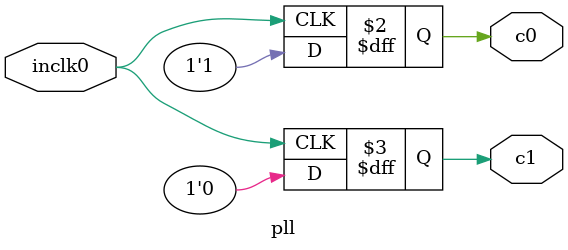
<source format=v>

`timescale 1 ps / 1 ps

module pll (
	inclk0,
	c0,
	c1);

	input	  inclk0;
	output	  c0;
	output	  c1;

   reg 		  c0, c1;
   always @(posedge inclk0)
     begin
              c0 <= 0; c1 <= 1;
	#5208 c0 <= 1;
	#5208 c0 <= 0; c1 <= 0;
	#5208 c0 <= 1;
        #5208 c0 <= 0; c1 <= 1;
	#5208 c0 <= 1;
	#5208 c0 <= 0; c1 <= 0;
	#5208 c0 <= 1;
        #5208 c0 <= 0; c1 <= 1;
	#5208 c0 <= 1;
	#5208 c0 <= 0; c1 <= 0;
	#5208 c0 <= 1;
     end
   
endmodule // pll

</source>
